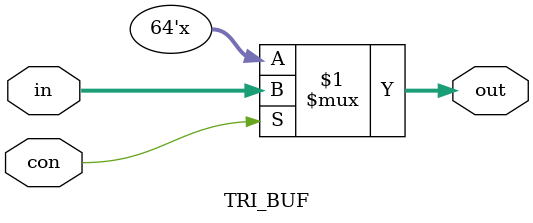
<source format=v>
module TRI_BUF #(
    parameter DATA_WIDTH = 64
    )
    (
    // port
    input   con,    
    input   [DATA_WIDTH-1:0] in,
    output  [DATA_WIDTH-1:0] out
);
    // dataflow of tri state bus
    assign out = con ? in : {(DATA_WIDTH){1'bz}};

endmodule
</source>
